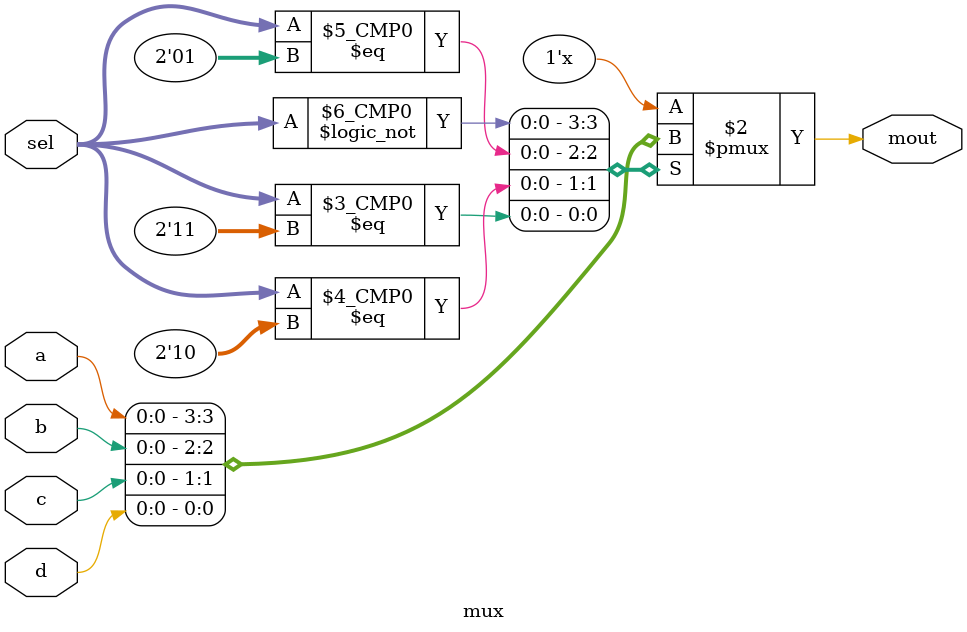
<source format=v>
/*
mux, or multiplexer.

outputs one of the signals from a, b, c, d, based on the sel input.

the output is updated every time an input changes.
*/

module mux(
a,
b,
c,
d,
sel,
mout
);

input a;
input b;
input c;
input d;
input [1:0] sel;

output mout;

wire a;
wire b;
wire c;
wire d;
wire [1:0] sel;

reg mout;

always @(sel or a or b or c or d)
begin
    case(sel)
        2'b00 : mout = a;
        2'b01 : mout = b;
        2'b10 : mout = c;
        2'b11 : mout = d;
    endcase
end

endmodule

</source>
